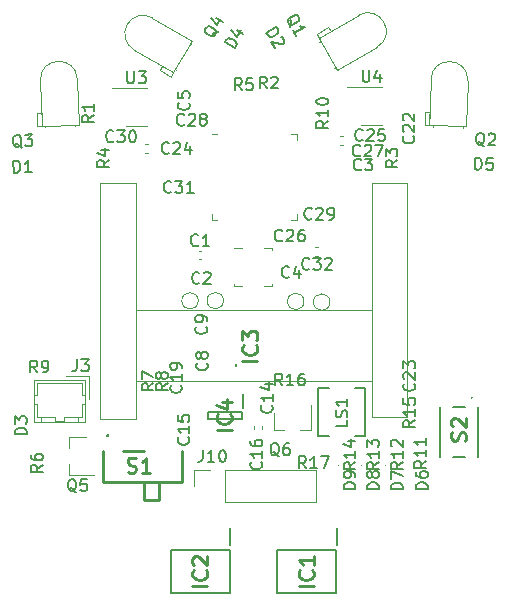
<source format=gto>
G04 #@! TF.GenerationSoftware,KiCad,Pcbnew,(5.1.7)-1*
G04 #@! TF.CreationDate,2021-02-27T16:19:37+09:00*
G04 #@! TF.ProjectId,lapis,6c617069-732e-46b6-9963-61645f706362,rev?*
G04 #@! TF.SameCoordinates,Original*
G04 #@! TF.FileFunction,Legend,Top*
G04 #@! TF.FilePolarity,Positive*
%FSLAX46Y46*%
G04 Gerber Fmt 4.6, Leading zero omitted, Abs format (unit mm)*
G04 Created by KiCad (PCBNEW (5.1.7)-1) date 2021-02-27 16:19:37*
%MOMM*%
%LPD*%
G01*
G04 APERTURE LIST*
%ADD10C,0.120000*%
%ADD11C,0.200000*%
%ADD12C,0.254000*%
%ADD13C,0.100000*%
%ADD14C,0.150000*%
G04 APERTURE END LIST*
D10*
X135250000Y-113450000D02*
X155250000Y-113450000D01*
X135250000Y-107450000D02*
X155250000Y-107450000D01*
X155250000Y-96700000D02*
X158250000Y-96700000D01*
X155250000Y-96750000D02*
X155250000Y-96700000D01*
X155250000Y-116500000D02*
X155250000Y-96750000D01*
X158250000Y-116500000D02*
X155250000Y-116500000D01*
X158250000Y-116500000D02*
X158250000Y-96700000D01*
X135250000Y-96700000D02*
X135250000Y-116700000D01*
X132250000Y-96700000D02*
X135250000Y-96700000D01*
X132250000Y-116700000D02*
X135250000Y-116700000D01*
X132250000Y-96700000D02*
X132250000Y-116700000D01*
D11*
X164200000Y-115700000D02*
X164200000Y-119900000D01*
X161000000Y-119900000D02*
X161000000Y-115700000D01*
X163100000Y-115700000D02*
X162100000Y-115700000D01*
X163100000Y-119900000D02*
X162100000Y-119900000D01*
X163742370Y-114894000D02*
G75*
G03*
X163742370Y-114894000I-53370J0D01*
G01*
D10*
X127319153Y-91879858D02*
X127184441Y-88022209D01*
X126919396Y-91893818D02*
X126880309Y-90774500D01*
X130151966Y-91911013D02*
X130151966Y-91911013D01*
X127608976Y-91869737D02*
X127613513Y-91999658D01*
X126880309Y-90774500D02*
X127280065Y-90760540D01*
X130151966Y-91911013D02*
X130147429Y-91781092D01*
X130147429Y-91781092D02*
X130147429Y-91781092D01*
X130147429Y-91781092D02*
X130151966Y-91911013D01*
X127613513Y-91999658D02*
X127608976Y-91869737D01*
X127608976Y-91869737D02*
X127608976Y-91869737D01*
X127613513Y-91999658D02*
X127613513Y-91999658D01*
X130437252Y-91770971D02*
X127319153Y-91879858D01*
X127319153Y-91879858D02*
X126919396Y-91893818D01*
X127280065Y-90760540D02*
X127319153Y-91879858D01*
X130437252Y-91770971D02*
X130302540Y-87913323D01*
X127184440Y-88022209D02*
G75*
G02*
X130302540Y-87913323I1559050J54443D01*
G01*
X150777891Y-84439148D02*
X154120749Y-82509148D01*
X150577891Y-84092738D02*
X151547839Y-83532738D01*
X152080307Y-86955000D02*
X152080307Y-86955000D01*
X150922891Y-84690295D02*
X150810307Y-84755295D01*
X151547839Y-83532738D02*
X151747839Y-83879148D01*
X152080307Y-86955000D02*
X152192891Y-86890000D01*
X152192891Y-86890000D02*
X152192891Y-86890000D01*
X152192891Y-86890000D02*
X152080307Y-86955000D01*
X150810307Y-84755295D02*
X150922891Y-84690295D01*
X150922891Y-84690295D02*
X150922891Y-84690295D01*
X150810307Y-84755295D02*
X150810307Y-84755295D01*
X152337891Y-87141147D02*
X150777891Y-84439148D01*
X150777891Y-84439148D02*
X150577891Y-84092738D01*
X151747839Y-83879148D02*
X150777891Y-84439148D01*
X152337891Y-87141147D02*
X155680749Y-85211147D01*
X154120749Y-82509149D02*
G75*
G02*
X155680749Y-85211147I780000J-1350999D01*
G01*
X138445770Y-87350852D02*
X135102911Y-85420852D01*
X138245770Y-87697262D02*
X137275821Y-87137262D01*
X139973353Y-84965000D02*
X139973353Y-84965000D01*
X138590770Y-87099705D02*
X138703353Y-87164705D01*
X137275821Y-87137262D02*
X137475821Y-86790852D01*
X139973353Y-84965000D02*
X139860770Y-84900000D01*
X139860770Y-84900000D02*
X139860770Y-84900000D01*
X139860770Y-84900000D02*
X139973353Y-84965000D01*
X138703353Y-87164705D02*
X138590770Y-87099705D01*
X138590770Y-87099705D02*
X138590770Y-87099705D01*
X138703353Y-87164705D02*
X138703353Y-87164705D01*
X140005770Y-84648853D02*
X138445770Y-87350852D01*
X138445770Y-87350852D02*
X138245770Y-87697262D01*
X137475821Y-86790852D02*
X138445770Y-87350852D01*
X140005770Y-84648853D02*
X136662911Y-82718853D01*
X135102911Y-85420851D02*
G75*
G02*
X136662911Y-82718853I780000J1350999D01*
G01*
X160113952Y-91791972D02*
X160248664Y-87934323D01*
X159714196Y-91778012D02*
X159753283Y-90658694D01*
X162937691Y-92020658D02*
X162937691Y-92020658D01*
X160403776Y-91802092D02*
X160399239Y-91932013D01*
X159753283Y-90658694D02*
X160153040Y-90672654D01*
X162937691Y-92020658D02*
X162942228Y-91890737D01*
X162942228Y-91890737D02*
X162942228Y-91890737D01*
X162942228Y-91890737D02*
X162937691Y-92020658D01*
X160399239Y-91932013D02*
X160403776Y-91802092D01*
X160403776Y-91802092D02*
X160403776Y-91802092D01*
X160399239Y-91932013D02*
X160399239Y-91932013D01*
X163232052Y-91900858D02*
X160113952Y-91791972D01*
X160113952Y-91791972D02*
X159714196Y-91778012D01*
X160153040Y-90672654D02*
X160113952Y-91791972D01*
X163232052Y-91900858D02*
X163366764Y-88043209D01*
X160248664Y-87934323D02*
G75*
G02*
X163366764Y-88043209I1559050J-54443D01*
G01*
D11*
X152250000Y-127750000D02*
X152250000Y-131450000D01*
X152250000Y-131450000D02*
X147250000Y-131450000D01*
X147250000Y-131450000D02*
X147250000Y-127750000D01*
X147250000Y-127750000D02*
X152250000Y-127750000D01*
X152275000Y-125925000D02*
X152275000Y-127400000D01*
X143250000Y-127750000D02*
X143250000Y-131450000D01*
X143250000Y-131450000D02*
X138250000Y-131450000D01*
X138250000Y-131450000D02*
X138250000Y-127750000D01*
X138250000Y-127750000D02*
X143250000Y-127750000D01*
X143275000Y-125925000D02*
X143275000Y-127400000D01*
X143740000Y-112090000D02*
X143740000Y-112090000D01*
X143740000Y-112190000D02*
X143740000Y-112190000D01*
X143740000Y-112090000D02*
X143740000Y-112090000D01*
X143740000Y-112190000D02*
G75*
G02*
X143740000Y-112090000I0J50000D01*
G01*
X143740000Y-112090000D02*
G75*
G02*
X143740000Y-112190000I0J-50000D01*
G01*
X143740000Y-112190000D02*
G75*
G02*
X143740000Y-112090000I0J50000D01*
G01*
X144300000Y-114550000D02*
X144300000Y-115750000D01*
X141350000Y-116100000D02*
X144250000Y-116100000D01*
X141350000Y-116700000D02*
X141350000Y-116100000D01*
X144250000Y-116700000D02*
X141350000Y-116700000D01*
X144250000Y-116100000D02*
X144250000Y-116700000D01*
D12*
X132873670Y-118091330D02*
G75*
G03*
X132873670Y-118091330I-54000J0D01*
G01*
X134136330Y-119430000D02*
X135985330Y-119430000D01*
X137240000Y-123530000D02*
X137240000Y-122030000D01*
X135940000Y-123530000D02*
X137240000Y-123530000D01*
X135940000Y-122030000D02*
X135940000Y-123530000D01*
X132490000Y-122030000D02*
X132490000Y-119430000D01*
X139190000Y-122030000D02*
X132490000Y-122030000D01*
X139190000Y-119430000D02*
X139190000Y-122030000D01*
D13*
X152450000Y-120635000D02*
G75*
G03*
X152450000Y-120635000I-50000J0D01*
G01*
D10*
X146135000Y-102190000D02*
X146810000Y-102190000D01*
X146810000Y-102190000D02*
X146810000Y-102365000D01*
X144265000Y-105410000D02*
X143590000Y-105410000D01*
X143590000Y-105410000D02*
X143590000Y-105235000D01*
X146135000Y-105410000D02*
X146810000Y-105410000D01*
X146810000Y-105410000D02*
X146810000Y-105235000D01*
X144265000Y-102190000D02*
X143590000Y-102190000D01*
X148435000Y-92590000D02*
X148910000Y-92590000D01*
X148910000Y-92590000D02*
X148910000Y-93065000D01*
X142165000Y-99810000D02*
X141690000Y-99810000D01*
X141690000Y-99810000D02*
X141690000Y-99335000D01*
X148435000Y-99810000D02*
X148910000Y-99810000D01*
X148910000Y-99810000D02*
X148910000Y-99335000D01*
X142165000Y-92590000D02*
X141690000Y-92590000D01*
D13*
X156420000Y-120635000D02*
G75*
G03*
X156420000Y-120635000I-50000J0D01*
G01*
D10*
X149500000Y-106735000D02*
G75*
G03*
X149500000Y-106735000I-700000J0D01*
G01*
X151700000Y-106800000D02*
G75*
G03*
X151700000Y-106800000I-700000J0D01*
G01*
X142690000Y-106670000D02*
G75*
G03*
X142690000Y-106670000I-700000J0D01*
G01*
X140550000Y-106690000D02*
G75*
G03*
X140550000Y-106690000I-700000J0D01*
G01*
X146920000Y-117660000D02*
X146920000Y-116200000D01*
X150080000Y-117660000D02*
X150080000Y-115500000D01*
X150080000Y-117660000D02*
X149150000Y-117660000D01*
X146920000Y-117660000D02*
X147850000Y-117660000D01*
X129570000Y-118255000D02*
X131030000Y-118255000D01*
X129570000Y-121415000D02*
X131730000Y-121415000D01*
X129570000Y-121415000D02*
X129570000Y-120485000D01*
X129570000Y-118255000D02*
X129570000Y-119185000D01*
X156130000Y-88610000D02*
X153180000Y-88610000D01*
X154330000Y-91830000D02*
X156130000Y-91830000D01*
X134420000Y-91870000D02*
X136220000Y-91870000D01*
X136220000Y-88650000D02*
X133270000Y-88650000D01*
D14*
X153800000Y-114100000D02*
X154700000Y-114100000D01*
X154700000Y-114100000D02*
X154700000Y-118100000D01*
X154700000Y-118100000D02*
X153800000Y-118100000D01*
X150700000Y-118100000D02*
X150700000Y-114100000D01*
X150700000Y-114100000D02*
X151600000Y-114100000D01*
X151600000Y-118100000D02*
X150700000Y-118100000D01*
D10*
X142810000Y-123690000D02*
X142810000Y-121030000D01*
X142810000Y-123690000D02*
X150490000Y-123690000D01*
X150490000Y-123690000D02*
X150490000Y-121030000D01*
X142810000Y-121030000D02*
X150490000Y-121030000D01*
X140210000Y-121030000D02*
X141540000Y-121030000D01*
X140210000Y-122360000D02*
X140210000Y-121030000D01*
X130975000Y-116975000D02*
X130975000Y-113375000D01*
X130975000Y-113375000D02*
X126625000Y-113375000D01*
X126625000Y-113375000D02*
X126625000Y-116975000D01*
X126625000Y-116975000D02*
X130975000Y-116975000D01*
X131285000Y-114975000D02*
X131285000Y-113065000D01*
X131285000Y-113065000D02*
X129375000Y-113065000D01*
X130975000Y-114675000D02*
X130675000Y-114675000D01*
X130675000Y-114675000D02*
X130675000Y-113675000D01*
X130675000Y-113675000D02*
X126925000Y-113675000D01*
X126925000Y-113675000D02*
X126925000Y-114675000D01*
X126925000Y-114675000D02*
X126625000Y-114675000D01*
X130975000Y-115425000D02*
X130675000Y-115425000D01*
X130675000Y-115425000D02*
X130675000Y-116525000D01*
X130675000Y-116525000D02*
X130375000Y-116525000D01*
X130375000Y-116525000D02*
X130375000Y-116975000D01*
X126625000Y-115425000D02*
X126925000Y-115425000D01*
X126925000Y-115425000D02*
X126925000Y-116525000D01*
X126925000Y-116525000D02*
X127225000Y-116525000D01*
X127225000Y-116525000D02*
X127225000Y-116975000D01*
X130375000Y-116525000D02*
X129175000Y-116525000D01*
X129175000Y-116525000D02*
X129175000Y-116825000D01*
X129175000Y-116825000D02*
X128425000Y-116825000D01*
X128425000Y-116825000D02*
X128425000Y-116525000D01*
X128425000Y-116525000D02*
X127225000Y-116525000D01*
D13*
X154350000Y-120635000D02*
G75*
G03*
X154350000Y-120635000I-50000J0D01*
G01*
X158390000Y-120635000D02*
G75*
G03*
X158390000Y-120635000I-50000J0D01*
G01*
X125650000Y-116365000D02*
G75*
G03*
X125650000Y-116365000I-50000J0D01*
G01*
D10*
X150416665Y-102140000D02*
X150648335Y-102140000D01*
X150416665Y-102860000D02*
X150648335Y-102860000D01*
X152551665Y-92740000D02*
X152783335Y-92740000D01*
X152551665Y-93460000D02*
X152783335Y-93460000D01*
X136283335Y-94160000D02*
X136051665Y-94160000D01*
X136283335Y-93440000D02*
X136051665Y-93440000D01*
X145240000Y-117515835D02*
X145240000Y-117284165D01*
X145960000Y-117515835D02*
X145960000Y-117284165D01*
X140815835Y-103160000D02*
X140584165Y-103160000D01*
X140815835Y-102440000D02*
X140584165Y-102440000D01*
D12*
X163164747Y-118534289D02*
X163225223Y-118352860D01*
X163225223Y-118050479D01*
X163164747Y-117929527D01*
X163104271Y-117869050D01*
X162983319Y-117808574D01*
X162862366Y-117808574D01*
X162741414Y-117869050D01*
X162680938Y-117929527D01*
X162620461Y-118050479D01*
X162559985Y-118292384D01*
X162499509Y-118413336D01*
X162439033Y-118473812D01*
X162318080Y-118534289D01*
X162197128Y-118534289D01*
X162076176Y-118473812D01*
X162015700Y-118413336D01*
X161955223Y-118292384D01*
X161955223Y-117990003D01*
X162015700Y-117808574D01*
X162076176Y-117324765D02*
X162015700Y-117264289D01*
X161955223Y-117143336D01*
X161955223Y-116840955D01*
X162015700Y-116720003D01*
X162076176Y-116659527D01*
X162197128Y-116599050D01*
X162318080Y-116599050D01*
X162499509Y-116659527D01*
X163225223Y-117385241D01*
X163225223Y-116599050D01*
D14*
X163971566Y-95566346D02*
X164006466Y-94566955D01*
X164244416Y-94575264D01*
X164385524Y-94627840D01*
X164477380Y-94726344D01*
X164521647Y-94823186D01*
X164562589Y-95015208D01*
X164557603Y-95157978D01*
X164503366Y-95346676D01*
X164452452Y-95440194D01*
X164353948Y-95532051D01*
X164209516Y-95574655D01*
X163971566Y-95566346D01*
X165481757Y-94618473D02*
X165005856Y-94601854D01*
X164941647Y-95076093D01*
X164990899Y-95030165D01*
X165087741Y-94985898D01*
X165325692Y-94994208D01*
X165419210Y-95045122D01*
X165465138Y-95094374D01*
X165509404Y-95191216D01*
X165501095Y-95429166D01*
X165450181Y-95522684D01*
X165400929Y-95568612D01*
X165304087Y-95612878D01*
X165066137Y-95604569D01*
X164972619Y-95553655D01*
X164926691Y-95504403D01*
X146294178Y-83991981D02*
X147160204Y-83491981D01*
X147279252Y-83698177D01*
X147309441Y-83845705D01*
X147274581Y-83975802D01*
X147215912Y-84064661D01*
X147074764Y-84201138D01*
X146951047Y-84272567D01*
X146762280Y-84326565D01*
X146655992Y-84332945D01*
X146525894Y-84298086D01*
X146413226Y-84198177D01*
X146294178Y-83991981D01*
X147553916Y-84364386D02*
X147618965Y-84381816D01*
X147707823Y-84440485D01*
X147826871Y-84646681D01*
X147833250Y-84752969D01*
X147815821Y-84818018D01*
X147757151Y-84906877D01*
X147674673Y-84954496D01*
X147527145Y-84984685D01*
X146746559Y-84775528D01*
X147056083Y-85311639D01*
X143652725Y-85315104D02*
X142786700Y-84815104D01*
X142905747Y-84608908D01*
X143018415Y-84508999D01*
X143148513Y-84474140D01*
X143254801Y-84480519D01*
X143443568Y-84534518D01*
X143567286Y-84605947D01*
X143708434Y-84742424D01*
X143767103Y-84831283D01*
X143801962Y-84961380D01*
X143771773Y-85108908D01*
X143652725Y-85315104D01*
X143789661Y-83744592D02*
X144367011Y-84077925D01*
X143340699Y-83760312D02*
X143840241Y-84323651D01*
X144149764Y-83787540D01*
X124928142Y-95847864D02*
X124893242Y-94848473D01*
X125131192Y-94840164D01*
X125275624Y-94882768D01*
X125374128Y-94974625D01*
X125425042Y-95068143D01*
X125479280Y-95256841D01*
X125484265Y-95399611D01*
X125443323Y-95591633D01*
X125399057Y-95688475D01*
X125307200Y-95786979D01*
X125166092Y-95839555D01*
X124928142Y-95847864D01*
X126451023Y-95794684D02*
X125879943Y-95814626D01*
X126165483Y-95804655D02*
X126130583Y-94805264D01*
X126040389Y-94951358D01*
X125948533Y-95049862D01*
X125855014Y-95100776D01*
X125603931Y-93720609D02*
X125507089Y-93676342D01*
X125408585Y-93584486D01*
X125260829Y-93446702D01*
X125163988Y-93402435D01*
X125068807Y-93405759D01*
X125124707Y-93642047D02*
X125027865Y-93597781D01*
X124929361Y-93505925D01*
X124875124Y-93317227D01*
X124863490Y-92984096D01*
X124904433Y-92792074D01*
X124996289Y-92693570D01*
X125089807Y-92642657D01*
X125280168Y-92636009D01*
X125377010Y-92680275D01*
X125475513Y-92772132D01*
X125529751Y-92960830D01*
X125541384Y-93293960D01*
X125500442Y-93485982D01*
X125408585Y-93584486D01*
X125315067Y-93635400D01*
X125124707Y-93642047D01*
X125851248Y-92616067D02*
X126469919Y-92594462D01*
X126150083Y-92986816D01*
X126292853Y-92981830D01*
X126389695Y-93026096D01*
X126438947Y-93072024D01*
X126489861Y-93165543D01*
X126498171Y-93403493D01*
X126453904Y-93500335D01*
X126407976Y-93549587D01*
X126314458Y-93600500D01*
X126028918Y-93610472D01*
X125932076Y-93566205D01*
X125882824Y-93520277D01*
X148290718Y-83536330D02*
X148284339Y-83430042D01*
X148319198Y-83299945D01*
X148371488Y-83104798D01*
X148365108Y-82998510D01*
X148317489Y-82916031D01*
X148135102Y-83076318D02*
X148128722Y-82970030D01*
X148163582Y-82839933D01*
X148304729Y-82703455D01*
X148593404Y-82536788D01*
X148782171Y-82482790D01*
X148912269Y-82517649D01*
X149001127Y-82576318D01*
X149096365Y-82741276D01*
X149102745Y-82847564D01*
X149067885Y-82977661D01*
X148926738Y-83114139D01*
X148638063Y-83280805D01*
X148449296Y-83334804D01*
X148319198Y-83299945D01*
X148230340Y-83241276D01*
X148135102Y-83076318D01*
X148825578Y-84272258D02*
X148539864Y-83777387D01*
X148682721Y-84024822D02*
X149548746Y-83524822D01*
X149377409Y-83513772D01*
X149247312Y-83478913D01*
X149158453Y-83420244D01*
X142316632Y-83846288D02*
X142227774Y-83904957D01*
X142097676Y-83939816D01*
X141902530Y-83992106D01*
X141813672Y-84050775D01*
X141766053Y-84133253D01*
X141996059Y-84211062D02*
X141907200Y-84269731D01*
X141777103Y-84304590D01*
X141588336Y-84250591D01*
X141299661Y-84083925D01*
X141158513Y-83947447D01*
X141123653Y-83817350D01*
X141130033Y-83711062D01*
X141225271Y-83546104D01*
X141314130Y-83487435D01*
X141444227Y-83452576D01*
X141632994Y-83506575D01*
X141921669Y-83673241D01*
X142062817Y-83809719D01*
X142097676Y-83939816D01*
X142091297Y-84046104D01*
X141996059Y-84211062D01*
X142061565Y-82764267D02*
X142638916Y-83097600D01*
X141612603Y-82779987D02*
X142112145Y-83343327D01*
X142421669Y-82807216D01*
X164775708Y-93593961D02*
X164682190Y-93543047D01*
X164590333Y-93444544D01*
X164452549Y-93296788D01*
X164359031Y-93245874D01*
X164263851Y-93242550D01*
X164303131Y-93482162D02*
X164209613Y-93431249D01*
X164117757Y-93332745D01*
X164076814Y-93140723D01*
X164088447Y-92807592D01*
X164142685Y-92618894D01*
X164241189Y-92527038D01*
X164338031Y-92482771D01*
X164528391Y-92489419D01*
X164621909Y-92540333D01*
X164713765Y-92638837D01*
X164754708Y-92830859D01*
X164743075Y-93163989D01*
X164688837Y-93352687D01*
X164590333Y-93444544D01*
X164493491Y-93488810D01*
X164303131Y-93482162D01*
X165143738Y-92606204D02*
X165192989Y-92560275D01*
X165289831Y-92516009D01*
X165527782Y-92524318D01*
X165621300Y-92575232D01*
X165667228Y-92624484D01*
X165711494Y-92721326D01*
X165708171Y-92816506D01*
X165655595Y-92957614D01*
X165064572Y-93508752D01*
X165683242Y-93530357D01*
D12*
X150324523Y-130839761D02*
X149054523Y-130839761D01*
X150203571Y-129509285D02*
X150264047Y-129569761D01*
X150324523Y-129751190D01*
X150324523Y-129872142D01*
X150264047Y-130053571D01*
X150143095Y-130174523D01*
X150022142Y-130235000D01*
X149780238Y-130295476D01*
X149598809Y-130295476D01*
X149356904Y-130235000D01*
X149235952Y-130174523D01*
X149115000Y-130053571D01*
X149054523Y-129872142D01*
X149054523Y-129751190D01*
X149115000Y-129569761D01*
X149175476Y-129509285D01*
X150324523Y-128299761D02*
X150324523Y-129025476D01*
X150324523Y-128662619D02*
X149054523Y-128662619D01*
X149235952Y-128783571D01*
X149356904Y-128904523D01*
X149417380Y-129025476D01*
X141324523Y-130839761D02*
X140054523Y-130839761D01*
X141203571Y-129509285D02*
X141264047Y-129569761D01*
X141324523Y-129751190D01*
X141324523Y-129872142D01*
X141264047Y-130053571D01*
X141143095Y-130174523D01*
X141022142Y-130235000D01*
X140780238Y-130295476D01*
X140598809Y-130295476D01*
X140356904Y-130235000D01*
X140235952Y-130174523D01*
X140115000Y-130053571D01*
X140054523Y-129872142D01*
X140054523Y-129751190D01*
X140115000Y-129569761D01*
X140175476Y-129509285D01*
X140175476Y-129025476D02*
X140115000Y-128965000D01*
X140054523Y-128844047D01*
X140054523Y-128541666D01*
X140115000Y-128420714D01*
X140175476Y-128360238D01*
X140296428Y-128299761D01*
X140417380Y-128299761D01*
X140598809Y-128360238D01*
X141324523Y-129085952D01*
X141324523Y-128299761D01*
X145564523Y-111779761D02*
X144294523Y-111779761D01*
X145443571Y-110449285D02*
X145504047Y-110509761D01*
X145564523Y-110691190D01*
X145564523Y-110812142D01*
X145504047Y-110993571D01*
X145383095Y-111114523D01*
X145262142Y-111175000D01*
X145020238Y-111235476D01*
X144838809Y-111235476D01*
X144596904Y-111175000D01*
X144475952Y-111114523D01*
X144355000Y-110993571D01*
X144294523Y-110812142D01*
X144294523Y-110691190D01*
X144355000Y-110509761D01*
X144415476Y-110449285D01*
X144294523Y-110025952D02*
X144294523Y-109239761D01*
X144778333Y-109663095D01*
X144778333Y-109481666D01*
X144838809Y-109360714D01*
X144899285Y-109300238D01*
X145020238Y-109239761D01*
X145322619Y-109239761D01*
X145443571Y-109300238D01*
X145504047Y-109360714D01*
X145564523Y-109481666D01*
X145564523Y-109844523D01*
X145504047Y-109965476D01*
X145443571Y-110025952D01*
X143374523Y-117639761D02*
X142104523Y-117639761D01*
X143253571Y-116309285D02*
X143314047Y-116369761D01*
X143374523Y-116551190D01*
X143374523Y-116672142D01*
X143314047Y-116853571D01*
X143193095Y-116974523D01*
X143072142Y-117035000D01*
X142830238Y-117095476D01*
X142648809Y-117095476D01*
X142406904Y-117035000D01*
X142285952Y-116974523D01*
X142165000Y-116853571D01*
X142104523Y-116672142D01*
X142104523Y-116551190D01*
X142165000Y-116369761D01*
X142225476Y-116309285D01*
X142527857Y-115220714D02*
X143374523Y-115220714D01*
X142044047Y-115523095D02*
X142951190Y-115825476D01*
X142951190Y-115039285D01*
X134566710Y-121185047D02*
X134748139Y-121245523D01*
X135050520Y-121245523D01*
X135171472Y-121185047D01*
X135231949Y-121124571D01*
X135292425Y-121003619D01*
X135292425Y-120882666D01*
X135231949Y-120761714D01*
X135171472Y-120701238D01*
X135050520Y-120640761D01*
X134808615Y-120580285D01*
X134687663Y-120519809D01*
X134627187Y-120459333D01*
X134566710Y-120338380D01*
X134566710Y-120217428D01*
X134627187Y-120096476D01*
X134687663Y-120036000D01*
X134808615Y-119975523D01*
X135110996Y-119975523D01*
X135292425Y-120036000D01*
X136501949Y-121245523D02*
X135776234Y-121245523D01*
X136139091Y-121245523D02*
X136139091Y-119975523D01*
X136018139Y-120156952D01*
X135897187Y-120277904D01*
X135776234Y-120338380D01*
D14*
X153852380Y-122638095D02*
X152852380Y-122638095D01*
X152852380Y-122400000D01*
X152900000Y-122257142D01*
X152995238Y-122161904D01*
X153090476Y-122114285D01*
X153280952Y-122066666D01*
X153423809Y-122066666D01*
X153614285Y-122114285D01*
X153709523Y-122161904D01*
X153804761Y-122257142D01*
X153852380Y-122400000D01*
X153852380Y-122638095D01*
X153852380Y-121590476D02*
X153852380Y-121400000D01*
X153804761Y-121304761D01*
X153757142Y-121257142D01*
X153614285Y-121161904D01*
X153423809Y-121114285D01*
X153042857Y-121114285D01*
X152947619Y-121161904D01*
X152900000Y-121209523D01*
X152852380Y-121304761D01*
X152852380Y-121495238D01*
X152900000Y-121590476D01*
X152947619Y-121638095D01*
X153042857Y-121685714D01*
X153280952Y-121685714D01*
X153376190Y-121638095D01*
X153423809Y-121590476D01*
X153471428Y-121495238D01*
X153471428Y-121304761D01*
X153423809Y-121209523D01*
X153376190Y-121161904D01*
X153280952Y-121114285D01*
X139349642Y-91757142D02*
X139302023Y-91804761D01*
X139159166Y-91852380D01*
X139063928Y-91852380D01*
X138921071Y-91804761D01*
X138825833Y-91709523D01*
X138778214Y-91614285D01*
X138730595Y-91423809D01*
X138730595Y-91280952D01*
X138778214Y-91090476D01*
X138825833Y-90995238D01*
X138921071Y-90900000D01*
X139063928Y-90852380D01*
X139159166Y-90852380D01*
X139302023Y-90900000D01*
X139349642Y-90947619D01*
X139730595Y-90947619D02*
X139778214Y-90900000D01*
X139873452Y-90852380D01*
X140111547Y-90852380D01*
X140206785Y-90900000D01*
X140254404Y-90947619D01*
X140302023Y-91042857D01*
X140302023Y-91138095D01*
X140254404Y-91280952D01*
X139682976Y-91852380D01*
X140302023Y-91852380D01*
X140873452Y-91280952D02*
X140778214Y-91233333D01*
X140730595Y-91185714D01*
X140682976Y-91090476D01*
X140682976Y-91042857D01*
X140730595Y-90947619D01*
X140778214Y-90900000D01*
X140873452Y-90852380D01*
X141063928Y-90852380D01*
X141159166Y-90900000D01*
X141206785Y-90947619D01*
X141254404Y-91042857D01*
X141254404Y-91090476D01*
X141206785Y-91185714D01*
X141159166Y-91233333D01*
X141063928Y-91280952D01*
X140873452Y-91280952D01*
X140778214Y-91328571D01*
X140730595Y-91376190D01*
X140682976Y-91471428D01*
X140682976Y-91661904D01*
X140730595Y-91757142D01*
X140778214Y-91804761D01*
X140873452Y-91852380D01*
X141063928Y-91852380D01*
X141159166Y-91804761D01*
X141206785Y-91757142D01*
X141254404Y-91661904D01*
X141254404Y-91471428D01*
X141206785Y-91376190D01*
X141159166Y-91328571D01*
X141063928Y-91280952D01*
X154333333Y-95557142D02*
X154285714Y-95604761D01*
X154142857Y-95652380D01*
X154047619Y-95652380D01*
X153904761Y-95604761D01*
X153809523Y-95509523D01*
X153761904Y-95414285D01*
X153714285Y-95223809D01*
X153714285Y-95080952D01*
X153761904Y-94890476D01*
X153809523Y-94795238D01*
X153904761Y-94700000D01*
X154047619Y-94652380D01*
X154142857Y-94652380D01*
X154285714Y-94700000D01*
X154333333Y-94747619D01*
X154666666Y-94652380D02*
X155285714Y-94652380D01*
X154952380Y-95033333D01*
X155095238Y-95033333D01*
X155190476Y-95080952D01*
X155238095Y-95128571D01*
X155285714Y-95223809D01*
X155285714Y-95461904D01*
X155238095Y-95557142D01*
X155190476Y-95604761D01*
X155095238Y-95652380D01*
X154809523Y-95652380D01*
X154714285Y-95604761D01*
X154666666Y-95557142D01*
X138257142Y-97457142D02*
X138209523Y-97504761D01*
X138066666Y-97552380D01*
X137971428Y-97552380D01*
X137828571Y-97504761D01*
X137733333Y-97409523D01*
X137685714Y-97314285D01*
X137638095Y-97123809D01*
X137638095Y-96980952D01*
X137685714Y-96790476D01*
X137733333Y-96695238D01*
X137828571Y-96600000D01*
X137971428Y-96552380D01*
X138066666Y-96552380D01*
X138209523Y-96600000D01*
X138257142Y-96647619D01*
X138590476Y-96552380D02*
X139209523Y-96552380D01*
X138876190Y-96933333D01*
X139019047Y-96933333D01*
X139114285Y-96980952D01*
X139161904Y-97028571D01*
X139209523Y-97123809D01*
X139209523Y-97361904D01*
X139161904Y-97457142D01*
X139114285Y-97504761D01*
X139019047Y-97552380D01*
X138733333Y-97552380D01*
X138638095Y-97504761D01*
X138590476Y-97457142D01*
X140161904Y-97552380D02*
X139590476Y-97552380D01*
X139876190Y-97552380D02*
X139876190Y-96552380D01*
X139780952Y-96695238D01*
X139685714Y-96790476D01*
X139590476Y-96838095D01*
X154257142Y-94357142D02*
X154209523Y-94404761D01*
X154066666Y-94452380D01*
X153971428Y-94452380D01*
X153828571Y-94404761D01*
X153733333Y-94309523D01*
X153685714Y-94214285D01*
X153638095Y-94023809D01*
X153638095Y-93880952D01*
X153685714Y-93690476D01*
X153733333Y-93595238D01*
X153828571Y-93500000D01*
X153971428Y-93452380D01*
X154066666Y-93452380D01*
X154209523Y-93500000D01*
X154257142Y-93547619D01*
X154638095Y-93547619D02*
X154685714Y-93500000D01*
X154780952Y-93452380D01*
X155019047Y-93452380D01*
X155114285Y-93500000D01*
X155161904Y-93547619D01*
X155209523Y-93642857D01*
X155209523Y-93738095D01*
X155161904Y-93880952D01*
X154590476Y-94452380D01*
X155209523Y-94452380D01*
X155542857Y-93452380D02*
X156209523Y-93452380D01*
X155780952Y-94452380D01*
X149657142Y-120852380D02*
X149323809Y-120376190D01*
X149085714Y-120852380D02*
X149085714Y-119852380D01*
X149466666Y-119852380D01*
X149561904Y-119900000D01*
X149609523Y-119947619D01*
X149657142Y-120042857D01*
X149657142Y-120185714D01*
X149609523Y-120280952D01*
X149561904Y-120328571D01*
X149466666Y-120376190D01*
X149085714Y-120376190D01*
X150609523Y-120852380D02*
X150038095Y-120852380D01*
X150323809Y-120852380D02*
X150323809Y-119852380D01*
X150228571Y-119995238D01*
X150133333Y-120090476D01*
X150038095Y-120138095D01*
X150942857Y-119852380D02*
X151609523Y-119852380D01*
X151180952Y-120852380D01*
X157852380Y-122658095D02*
X156852380Y-122658095D01*
X156852380Y-122420000D01*
X156900000Y-122277142D01*
X156995238Y-122181904D01*
X157090476Y-122134285D01*
X157280952Y-122086666D01*
X157423809Y-122086666D01*
X157614285Y-122134285D01*
X157709523Y-122181904D01*
X157804761Y-122277142D01*
X157852380Y-122420000D01*
X157852380Y-122658095D01*
X156852380Y-121753333D02*
X156852380Y-121086666D01*
X157852380Y-121515238D01*
X147404761Y-119847619D02*
X147309523Y-119800000D01*
X147214285Y-119704761D01*
X147071428Y-119561904D01*
X146976190Y-119514285D01*
X146880952Y-119514285D01*
X146928571Y-119752380D02*
X146833333Y-119704761D01*
X146738095Y-119609523D01*
X146690476Y-119419047D01*
X146690476Y-119085714D01*
X146738095Y-118895238D01*
X146833333Y-118800000D01*
X146928571Y-118752380D01*
X147119047Y-118752380D01*
X147214285Y-118800000D01*
X147309523Y-118895238D01*
X147357142Y-119085714D01*
X147357142Y-119419047D01*
X147309523Y-119609523D01*
X147214285Y-119704761D01*
X147119047Y-119752380D01*
X146928571Y-119752380D01*
X148214285Y-118752380D02*
X148023809Y-118752380D01*
X147928571Y-118800000D01*
X147880952Y-118847619D01*
X147785714Y-118990476D01*
X147738095Y-119180952D01*
X147738095Y-119561904D01*
X147785714Y-119657142D01*
X147833333Y-119704761D01*
X147928571Y-119752380D01*
X148119047Y-119752380D01*
X148214285Y-119704761D01*
X148261904Y-119657142D01*
X148309523Y-119561904D01*
X148309523Y-119323809D01*
X148261904Y-119228571D01*
X148214285Y-119180952D01*
X148119047Y-119133333D01*
X147928571Y-119133333D01*
X147833333Y-119180952D01*
X147785714Y-119228571D01*
X147738095Y-119323809D01*
X130234761Y-122882619D02*
X130139523Y-122835000D01*
X130044285Y-122739761D01*
X129901428Y-122596904D01*
X129806190Y-122549285D01*
X129710952Y-122549285D01*
X129758571Y-122787380D02*
X129663333Y-122739761D01*
X129568095Y-122644523D01*
X129520476Y-122454047D01*
X129520476Y-122120714D01*
X129568095Y-121930238D01*
X129663333Y-121835000D01*
X129758571Y-121787380D01*
X129949047Y-121787380D01*
X130044285Y-121835000D01*
X130139523Y-121930238D01*
X130187142Y-122120714D01*
X130187142Y-122454047D01*
X130139523Y-122644523D01*
X130044285Y-122739761D01*
X129949047Y-122787380D01*
X129758571Y-122787380D01*
X131091904Y-121787380D02*
X130615714Y-121787380D01*
X130568095Y-122263571D01*
X130615714Y-122215952D01*
X130710952Y-122168333D01*
X130949047Y-122168333D01*
X131044285Y-122215952D01*
X131091904Y-122263571D01*
X131139523Y-122358809D01*
X131139523Y-122596904D01*
X131091904Y-122692142D01*
X131044285Y-122739761D01*
X130949047Y-122787380D01*
X130710952Y-122787380D01*
X130615714Y-122739761D01*
X130568095Y-122692142D01*
X154468095Y-87152380D02*
X154468095Y-87961904D01*
X154515714Y-88057142D01*
X154563333Y-88104761D01*
X154658571Y-88152380D01*
X154849047Y-88152380D01*
X154944285Y-88104761D01*
X154991904Y-88057142D01*
X155039523Y-87961904D01*
X155039523Y-87152380D01*
X155944285Y-87485714D02*
X155944285Y-88152380D01*
X155706190Y-87104761D02*
X155468095Y-87819047D01*
X156087142Y-87819047D01*
X134538095Y-87252380D02*
X134538095Y-88061904D01*
X134585714Y-88157142D01*
X134633333Y-88204761D01*
X134728571Y-88252380D01*
X134919047Y-88252380D01*
X135014285Y-88204761D01*
X135061904Y-88157142D01*
X135109523Y-88061904D01*
X135109523Y-87252380D01*
X135490476Y-87252380D02*
X136109523Y-87252380D01*
X135776190Y-87633333D01*
X135919047Y-87633333D01*
X136014285Y-87680952D01*
X136061904Y-87728571D01*
X136109523Y-87823809D01*
X136109523Y-88061904D01*
X136061904Y-88157142D01*
X136014285Y-88204761D01*
X135919047Y-88252380D01*
X135633333Y-88252380D01*
X135538095Y-88204761D01*
X135490476Y-88157142D01*
X147657142Y-113852380D02*
X147323809Y-113376190D01*
X147085714Y-113852380D02*
X147085714Y-112852380D01*
X147466666Y-112852380D01*
X147561904Y-112900000D01*
X147609523Y-112947619D01*
X147657142Y-113042857D01*
X147657142Y-113185714D01*
X147609523Y-113280952D01*
X147561904Y-113328571D01*
X147466666Y-113376190D01*
X147085714Y-113376190D01*
X148609523Y-113852380D02*
X148038095Y-113852380D01*
X148323809Y-113852380D02*
X148323809Y-112852380D01*
X148228571Y-112995238D01*
X148133333Y-113090476D01*
X148038095Y-113138095D01*
X149466666Y-112852380D02*
X149276190Y-112852380D01*
X149180952Y-112900000D01*
X149133333Y-112947619D01*
X149038095Y-113090476D01*
X148990476Y-113280952D01*
X148990476Y-113661904D01*
X149038095Y-113757142D01*
X149085714Y-113804761D01*
X149180952Y-113852380D01*
X149371428Y-113852380D01*
X149466666Y-113804761D01*
X149514285Y-113757142D01*
X149561904Y-113661904D01*
X149561904Y-113423809D01*
X149514285Y-113328571D01*
X149466666Y-113280952D01*
X149371428Y-113233333D01*
X149180952Y-113233333D01*
X149085714Y-113280952D01*
X149038095Y-113328571D01*
X148990476Y-113423809D01*
X158907380Y-116800357D02*
X158431190Y-117133690D01*
X158907380Y-117371785D02*
X157907380Y-117371785D01*
X157907380Y-116990833D01*
X157955000Y-116895595D01*
X158002619Y-116847976D01*
X158097857Y-116800357D01*
X158240714Y-116800357D01*
X158335952Y-116847976D01*
X158383571Y-116895595D01*
X158431190Y-116990833D01*
X158431190Y-117371785D01*
X158907380Y-115847976D02*
X158907380Y-116419404D01*
X158907380Y-116133690D02*
X157907380Y-116133690D01*
X158050238Y-116228928D01*
X158145476Y-116324166D01*
X158193095Y-116419404D01*
X157907380Y-114943214D02*
X157907380Y-115419404D01*
X158383571Y-115467023D01*
X158335952Y-115419404D01*
X158288333Y-115324166D01*
X158288333Y-115086071D01*
X158335952Y-114990833D01*
X158383571Y-114943214D01*
X158478809Y-114895595D01*
X158716904Y-114895595D01*
X158812142Y-114943214D01*
X158859761Y-114990833D01*
X158907380Y-115086071D01*
X158907380Y-115324166D01*
X158859761Y-115419404D01*
X158812142Y-115467023D01*
X153852380Y-120375357D02*
X153376190Y-120708690D01*
X153852380Y-120946785D02*
X152852380Y-120946785D01*
X152852380Y-120565833D01*
X152900000Y-120470595D01*
X152947619Y-120422976D01*
X153042857Y-120375357D01*
X153185714Y-120375357D01*
X153280952Y-120422976D01*
X153328571Y-120470595D01*
X153376190Y-120565833D01*
X153376190Y-120946785D01*
X153852380Y-119422976D02*
X153852380Y-119994404D01*
X153852380Y-119708690D02*
X152852380Y-119708690D01*
X152995238Y-119803928D01*
X153090476Y-119899166D01*
X153138095Y-119994404D01*
X153185714Y-118565833D02*
X153852380Y-118565833D01*
X152804761Y-118803928D02*
X153519047Y-119042023D01*
X153519047Y-118422976D01*
X155852380Y-120342857D02*
X155376190Y-120676190D01*
X155852380Y-120914285D02*
X154852380Y-120914285D01*
X154852380Y-120533333D01*
X154900000Y-120438095D01*
X154947619Y-120390476D01*
X155042857Y-120342857D01*
X155185714Y-120342857D01*
X155280952Y-120390476D01*
X155328571Y-120438095D01*
X155376190Y-120533333D01*
X155376190Y-120914285D01*
X155852380Y-119390476D02*
X155852380Y-119961904D01*
X155852380Y-119676190D02*
X154852380Y-119676190D01*
X154995238Y-119771428D01*
X155090476Y-119866666D01*
X155138095Y-119961904D01*
X154852380Y-119057142D02*
X154852380Y-118438095D01*
X155233333Y-118771428D01*
X155233333Y-118628571D01*
X155280952Y-118533333D01*
X155328571Y-118485714D01*
X155423809Y-118438095D01*
X155661904Y-118438095D01*
X155757142Y-118485714D01*
X155804761Y-118533333D01*
X155852380Y-118628571D01*
X155852380Y-118914285D01*
X155804761Y-119009523D01*
X155757142Y-119057142D01*
X157852380Y-120342857D02*
X157376190Y-120676190D01*
X157852380Y-120914285D02*
X156852380Y-120914285D01*
X156852380Y-120533333D01*
X156900000Y-120438095D01*
X156947619Y-120390476D01*
X157042857Y-120342857D01*
X157185714Y-120342857D01*
X157280952Y-120390476D01*
X157328571Y-120438095D01*
X157376190Y-120533333D01*
X157376190Y-120914285D01*
X157852380Y-119390476D02*
X157852380Y-119961904D01*
X157852380Y-119676190D02*
X156852380Y-119676190D01*
X156995238Y-119771428D01*
X157090476Y-119866666D01*
X157138095Y-119961904D01*
X156947619Y-119009523D02*
X156900000Y-118961904D01*
X156852380Y-118866666D01*
X156852380Y-118628571D01*
X156900000Y-118533333D01*
X156947619Y-118485714D01*
X157042857Y-118438095D01*
X157138095Y-118438095D01*
X157280952Y-118485714D01*
X157852380Y-119057142D01*
X157852380Y-118438095D01*
X159852380Y-120242857D02*
X159376190Y-120576190D01*
X159852380Y-120814285D02*
X158852380Y-120814285D01*
X158852380Y-120433333D01*
X158900000Y-120338095D01*
X158947619Y-120290476D01*
X159042857Y-120242857D01*
X159185714Y-120242857D01*
X159280952Y-120290476D01*
X159328571Y-120338095D01*
X159376190Y-120433333D01*
X159376190Y-120814285D01*
X159852380Y-119290476D02*
X159852380Y-119861904D01*
X159852380Y-119576190D02*
X158852380Y-119576190D01*
X158995238Y-119671428D01*
X159090476Y-119766666D01*
X159138095Y-119861904D01*
X159852380Y-118338095D02*
X159852380Y-118909523D01*
X159852380Y-118623809D02*
X158852380Y-118623809D01*
X158995238Y-118719047D01*
X159090476Y-118814285D01*
X159138095Y-118909523D01*
X151552380Y-91442857D02*
X151076190Y-91776190D01*
X151552380Y-92014285D02*
X150552380Y-92014285D01*
X150552380Y-91633333D01*
X150600000Y-91538095D01*
X150647619Y-91490476D01*
X150742857Y-91442857D01*
X150885714Y-91442857D01*
X150980952Y-91490476D01*
X151028571Y-91538095D01*
X151076190Y-91633333D01*
X151076190Y-92014285D01*
X151552380Y-90490476D02*
X151552380Y-91061904D01*
X151552380Y-90776190D02*
X150552380Y-90776190D01*
X150695238Y-90871428D01*
X150790476Y-90966666D01*
X150838095Y-91061904D01*
X150552380Y-89871428D02*
X150552380Y-89776190D01*
X150600000Y-89680952D01*
X150647619Y-89633333D01*
X150742857Y-89585714D01*
X150933333Y-89538095D01*
X151171428Y-89538095D01*
X151361904Y-89585714D01*
X151457142Y-89633333D01*
X151504761Y-89680952D01*
X151552380Y-89776190D01*
X151552380Y-89871428D01*
X151504761Y-89966666D01*
X151457142Y-90014285D01*
X151361904Y-90061904D01*
X151171428Y-90109523D01*
X150933333Y-90109523D01*
X150742857Y-90061904D01*
X150647619Y-90014285D01*
X150600000Y-89966666D01*
X150552380Y-89871428D01*
X126913333Y-112752380D02*
X126580000Y-112276190D01*
X126341904Y-112752380D02*
X126341904Y-111752380D01*
X126722857Y-111752380D01*
X126818095Y-111800000D01*
X126865714Y-111847619D01*
X126913333Y-111942857D01*
X126913333Y-112085714D01*
X126865714Y-112180952D01*
X126818095Y-112228571D01*
X126722857Y-112276190D01*
X126341904Y-112276190D01*
X127389523Y-112752380D02*
X127580000Y-112752380D01*
X127675238Y-112704761D01*
X127722857Y-112657142D01*
X127818095Y-112514285D01*
X127865714Y-112323809D01*
X127865714Y-111942857D01*
X127818095Y-111847619D01*
X127770476Y-111800000D01*
X127675238Y-111752380D01*
X127484761Y-111752380D01*
X127389523Y-111800000D01*
X127341904Y-111847619D01*
X127294285Y-111942857D01*
X127294285Y-112180952D01*
X127341904Y-112276190D01*
X127389523Y-112323809D01*
X127484761Y-112371428D01*
X127675238Y-112371428D01*
X127770476Y-112323809D01*
X127818095Y-112276190D01*
X127865714Y-112180952D01*
X137952380Y-113666666D02*
X137476190Y-114000000D01*
X137952380Y-114238095D02*
X136952380Y-114238095D01*
X136952380Y-113857142D01*
X137000000Y-113761904D01*
X137047619Y-113714285D01*
X137142857Y-113666666D01*
X137285714Y-113666666D01*
X137380952Y-113714285D01*
X137428571Y-113761904D01*
X137476190Y-113857142D01*
X137476190Y-114238095D01*
X137380952Y-113095238D02*
X137333333Y-113190476D01*
X137285714Y-113238095D01*
X137190476Y-113285714D01*
X137142857Y-113285714D01*
X137047619Y-113238095D01*
X137000000Y-113190476D01*
X136952380Y-113095238D01*
X136952380Y-112904761D01*
X137000000Y-112809523D01*
X137047619Y-112761904D01*
X137142857Y-112714285D01*
X137190476Y-112714285D01*
X137285714Y-112761904D01*
X137333333Y-112809523D01*
X137380952Y-112904761D01*
X137380952Y-113095238D01*
X137428571Y-113190476D01*
X137476190Y-113238095D01*
X137571428Y-113285714D01*
X137761904Y-113285714D01*
X137857142Y-113238095D01*
X137904761Y-113190476D01*
X137952380Y-113095238D01*
X137952380Y-112904761D01*
X137904761Y-112809523D01*
X137857142Y-112761904D01*
X137761904Y-112714285D01*
X137571428Y-112714285D01*
X137476190Y-112761904D01*
X137428571Y-112809523D01*
X137380952Y-112904761D01*
X136752380Y-113666666D02*
X136276190Y-114000000D01*
X136752380Y-114238095D02*
X135752380Y-114238095D01*
X135752380Y-113857142D01*
X135800000Y-113761904D01*
X135847619Y-113714285D01*
X135942857Y-113666666D01*
X136085714Y-113666666D01*
X136180952Y-113714285D01*
X136228571Y-113761904D01*
X136276190Y-113857142D01*
X136276190Y-114238095D01*
X135752380Y-113333333D02*
X135752380Y-112666666D01*
X136752380Y-113095238D01*
X127372380Y-120579166D02*
X126896190Y-120912500D01*
X127372380Y-121150595D02*
X126372380Y-121150595D01*
X126372380Y-120769642D01*
X126420000Y-120674404D01*
X126467619Y-120626785D01*
X126562857Y-120579166D01*
X126705714Y-120579166D01*
X126800952Y-120626785D01*
X126848571Y-120674404D01*
X126896190Y-120769642D01*
X126896190Y-121150595D01*
X126372380Y-119722023D02*
X126372380Y-119912500D01*
X126420000Y-120007738D01*
X126467619Y-120055357D01*
X126610476Y-120150595D01*
X126800952Y-120198214D01*
X127181904Y-120198214D01*
X127277142Y-120150595D01*
X127324761Y-120102976D01*
X127372380Y-120007738D01*
X127372380Y-119817261D01*
X127324761Y-119722023D01*
X127277142Y-119674404D01*
X127181904Y-119626785D01*
X126943809Y-119626785D01*
X126848571Y-119674404D01*
X126800952Y-119722023D01*
X126753333Y-119817261D01*
X126753333Y-120007738D01*
X126800952Y-120102976D01*
X126848571Y-120150595D01*
X126943809Y-120198214D01*
X144233333Y-88852380D02*
X143900000Y-88376190D01*
X143661904Y-88852380D02*
X143661904Y-87852380D01*
X144042857Y-87852380D01*
X144138095Y-87900000D01*
X144185714Y-87947619D01*
X144233333Y-88042857D01*
X144233333Y-88185714D01*
X144185714Y-88280952D01*
X144138095Y-88328571D01*
X144042857Y-88376190D01*
X143661904Y-88376190D01*
X145138095Y-87852380D02*
X144661904Y-87852380D01*
X144614285Y-88328571D01*
X144661904Y-88280952D01*
X144757142Y-88233333D01*
X144995238Y-88233333D01*
X145090476Y-88280952D01*
X145138095Y-88328571D01*
X145185714Y-88423809D01*
X145185714Y-88661904D01*
X145138095Y-88757142D01*
X145090476Y-88804761D01*
X144995238Y-88852380D01*
X144757142Y-88852380D01*
X144661904Y-88804761D01*
X144614285Y-88757142D01*
X133002380Y-94766666D02*
X132526190Y-95100000D01*
X133002380Y-95338095D02*
X132002380Y-95338095D01*
X132002380Y-94957142D01*
X132050000Y-94861904D01*
X132097619Y-94814285D01*
X132192857Y-94766666D01*
X132335714Y-94766666D01*
X132430952Y-94814285D01*
X132478571Y-94861904D01*
X132526190Y-94957142D01*
X132526190Y-95338095D01*
X132335714Y-93909523D02*
X133002380Y-93909523D01*
X131954761Y-94147619D02*
X132669047Y-94385714D01*
X132669047Y-93766666D01*
X157402380Y-94766666D02*
X156926190Y-95100000D01*
X157402380Y-95338095D02*
X156402380Y-95338095D01*
X156402380Y-94957142D01*
X156450000Y-94861904D01*
X156497619Y-94814285D01*
X156592857Y-94766666D01*
X156735714Y-94766666D01*
X156830952Y-94814285D01*
X156878571Y-94861904D01*
X156926190Y-94957142D01*
X156926190Y-95338095D01*
X156402380Y-94433333D02*
X156402380Y-93814285D01*
X156783333Y-94147619D01*
X156783333Y-94004761D01*
X156830952Y-93909523D01*
X156878571Y-93861904D01*
X156973809Y-93814285D01*
X157211904Y-93814285D01*
X157307142Y-93861904D01*
X157354761Y-93909523D01*
X157402380Y-94004761D01*
X157402380Y-94290476D01*
X157354761Y-94385714D01*
X157307142Y-94433333D01*
X146333333Y-88702380D02*
X146000000Y-88226190D01*
X145761904Y-88702380D02*
X145761904Y-87702380D01*
X146142857Y-87702380D01*
X146238095Y-87750000D01*
X146285714Y-87797619D01*
X146333333Y-87892857D01*
X146333333Y-88035714D01*
X146285714Y-88130952D01*
X146238095Y-88178571D01*
X146142857Y-88226190D01*
X145761904Y-88226190D01*
X146714285Y-87797619D02*
X146761904Y-87750000D01*
X146857142Y-87702380D01*
X147095238Y-87702380D01*
X147190476Y-87750000D01*
X147238095Y-87797619D01*
X147285714Y-87892857D01*
X147285714Y-87988095D01*
X147238095Y-88130952D01*
X146666666Y-88702380D01*
X147285714Y-88702380D01*
X131702380Y-90969166D02*
X131226190Y-91302500D01*
X131702380Y-91540595D02*
X130702380Y-91540595D01*
X130702380Y-91159642D01*
X130750000Y-91064404D01*
X130797619Y-91016785D01*
X130892857Y-90969166D01*
X131035714Y-90969166D01*
X131130952Y-91016785D01*
X131178571Y-91064404D01*
X131226190Y-91159642D01*
X131226190Y-91540595D01*
X131702380Y-90016785D02*
X131702380Y-90588214D01*
X131702380Y-90302500D02*
X130702380Y-90302500D01*
X130845238Y-90397738D01*
X130940476Y-90492976D01*
X130988095Y-90588214D01*
X153177380Y-116817857D02*
X153177380Y-117294047D01*
X152177380Y-117294047D01*
X153129761Y-116532142D02*
X153177380Y-116389285D01*
X153177380Y-116151190D01*
X153129761Y-116055952D01*
X153082142Y-116008333D01*
X152986904Y-115960714D01*
X152891666Y-115960714D01*
X152796428Y-116008333D01*
X152748809Y-116055952D01*
X152701190Y-116151190D01*
X152653571Y-116341666D01*
X152605952Y-116436904D01*
X152558333Y-116484523D01*
X152463095Y-116532142D01*
X152367857Y-116532142D01*
X152272619Y-116484523D01*
X152225000Y-116436904D01*
X152177380Y-116341666D01*
X152177380Y-116103571D01*
X152225000Y-115960714D01*
X153177380Y-115008333D02*
X153177380Y-115579761D01*
X153177380Y-115294047D02*
X152177380Y-115294047D01*
X152320238Y-115389285D01*
X152415476Y-115484523D01*
X152463095Y-115579761D01*
X140920476Y-119322380D02*
X140920476Y-120036666D01*
X140872857Y-120179523D01*
X140777619Y-120274761D01*
X140634761Y-120322380D01*
X140539523Y-120322380D01*
X141920476Y-120322380D02*
X141349047Y-120322380D01*
X141634761Y-120322380D02*
X141634761Y-119322380D01*
X141539523Y-119465238D01*
X141444285Y-119560476D01*
X141349047Y-119608095D01*
X142539523Y-119322380D02*
X142634761Y-119322380D01*
X142730000Y-119370000D01*
X142777619Y-119417619D01*
X142825238Y-119512857D01*
X142872857Y-119703333D01*
X142872857Y-119941428D01*
X142825238Y-120131904D01*
X142777619Y-120227142D01*
X142730000Y-120274761D01*
X142634761Y-120322380D01*
X142539523Y-120322380D01*
X142444285Y-120274761D01*
X142396666Y-120227142D01*
X142349047Y-120131904D01*
X142301428Y-119941428D01*
X142301428Y-119703333D01*
X142349047Y-119512857D01*
X142396666Y-119417619D01*
X142444285Y-119370000D01*
X142539523Y-119322380D01*
X130266666Y-111652380D02*
X130266666Y-112366666D01*
X130219047Y-112509523D01*
X130123809Y-112604761D01*
X129980952Y-112652380D01*
X129885714Y-112652380D01*
X130647619Y-111652380D02*
X131266666Y-111652380D01*
X130933333Y-112033333D01*
X131076190Y-112033333D01*
X131171428Y-112080952D01*
X131219047Y-112128571D01*
X131266666Y-112223809D01*
X131266666Y-112461904D01*
X131219047Y-112557142D01*
X131171428Y-112604761D01*
X131076190Y-112652380D01*
X130790476Y-112652380D01*
X130695238Y-112604761D01*
X130647619Y-112557142D01*
X155852380Y-122638095D02*
X154852380Y-122638095D01*
X154852380Y-122400000D01*
X154900000Y-122257142D01*
X154995238Y-122161904D01*
X155090476Y-122114285D01*
X155280952Y-122066666D01*
X155423809Y-122066666D01*
X155614285Y-122114285D01*
X155709523Y-122161904D01*
X155804761Y-122257142D01*
X155852380Y-122400000D01*
X155852380Y-122638095D01*
X155280952Y-121495238D02*
X155233333Y-121590476D01*
X155185714Y-121638095D01*
X155090476Y-121685714D01*
X155042857Y-121685714D01*
X154947619Y-121638095D01*
X154900000Y-121590476D01*
X154852380Y-121495238D01*
X154852380Y-121304761D01*
X154900000Y-121209523D01*
X154947619Y-121161904D01*
X155042857Y-121114285D01*
X155090476Y-121114285D01*
X155185714Y-121161904D01*
X155233333Y-121209523D01*
X155280952Y-121304761D01*
X155280952Y-121495238D01*
X155328571Y-121590476D01*
X155376190Y-121638095D01*
X155471428Y-121685714D01*
X155661904Y-121685714D01*
X155757142Y-121638095D01*
X155804761Y-121590476D01*
X155852380Y-121495238D01*
X155852380Y-121304761D01*
X155804761Y-121209523D01*
X155757142Y-121161904D01*
X155661904Y-121114285D01*
X155471428Y-121114285D01*
X155376190Y-121161904D01*
X155328571Y-121209523D01*
X155280952Y-121304761D01*
X159962380Y-122638095D02*
X158962380Y-122638095D01*
X158962380Y-122400000D01*
X159010000Y-122257142D01*
X159105238Y-122161904D01*
X159200476Y-122114285D01*
X159390952Y-122066666D01*
X159533809Y-122066666D01*
X159724285Y-122114285D01*
X159819523Y-122161904D01*
X159914761Y-122257142D01*
X159962380Y-122400000D01*
X159962380Y-122638095D01*
X158962380Y-121209523D02*
X158962380Y-121400000D01*
X159010000Y-121495238D01*
X159057619Y-121542857D01*
X159200476Y-121638095D01*
X159390952Y-121685714D01*
X159771904Y-121685714D01*
X159867142Y-121638095D01*
X159914761Y-121590476D01*
X159962380Y-121495238D01*
X159962380Y-121304761D01*
X159914761Y-121209523D01*
X159867142Y-121161904D01*
X159771904Y-121114285D01*
X159533809Y-121114285D01*
X159438571Y-121161904D01*
X159390952Y-121209523D01*
X159343333Y-121304761D01*
X159343333Y-121495238D01*
X159390952Y-121590476D01*
X159438571Y-121638095D01*
X159533809Y-121685714D01*
X126022380Y-117998095D02*
X125022380Y-117998095D01*
X125022380Y-117760000D01*
X125070000Y-117617142D01*
X125165238Y-117521904D01*
X125260476Y-117474285D01*
X125450952Y-117426666D01*
X125593809Y-117426666D01*
X125784285Y-117474285D01*
X125879523Y-117521904D01*
X125974761Y-117617142D01*
X126022380Y-117760000D01*
X126022380Y-117998095D01*
X125022380Y-117093333D02*
X125022380Y-116474285D01*
X125403333Y-116807619D01*
X125403333Y-116664761D01*
X125450952Y-116569523D01*
X125498571Y-116521904D01*
X125593809Y-116474285D01*
X125831904Y-116474285D01*
X125927142Y-116521904D01*
X125974761Y-116569523D01*
X126022380Y-116664761D01*
X126022380Y-116950476D01*
X125974761Y-117045714D01*
X125927142Y-117093333D01*
X149957142Y-103957142D02*
X149909523Y-104004761D01*
X149766666Y-104052380D01*
X149671428Y-104052380D01*
X149528571Y-104004761D01*
X149433333Y-103909523D01*
X149385714Y-103814285D01*
X149338095Y-103623809D01*
X149338095Y-103480952D01*
X149385714Y-103290476D01*
X149433333Y-103195238D01*
X149528571Y-103100000D01*
X149671428Y-103052380D01*
X149766666Y-103052380D01*
X149909523Y-103100000D01*
X149957142Y-103147619D01*
X150290476Y-103052380D02*
X150909523Y-103052380D01*
X150576190Y-103433333D01*
X150719047Y-103433333D01*
X150814285Y-103480952D01*
X150861904Y-103528571D01*
X150909523Y-103623809D01*
X150909523Y-103861904D01*
X150861904Y-103957142D01*
X150814285Y-104004761D01*
X150719047Y-104052380D01*
X150433333Y-104052380D01*
X150338095Y-104004761D01*
X150290476Y-103957142D01*
X151290476Y-103147619D02*
X151338095Y-103100000D01*
X151433333Y-103052380D01*
X151671428Y-103052380D01*
X151766666Y-103100000D01*
X151814285Y-103147619D01*
X151861904Y-103242857D01*
X151861904Y-103338095D01*
X151814285Y-103480952D01*
X151242857Y-104052380D01*
X151861904Y-104052380D01*
X133357142Y-93157142D02*
X133309523Y-93204761D01*
X133166666Y-93252380D01*
X133071428Y-93252380D01*
X132928571Y-93204761D01*
X132833333Y-93109523D01*
X132785714Y-93014285D01*
X132738095Y-92823809D01*
X132738095Y-92680952D01*
X132785714Y-92490476D01*
X132833333Y-92395238D01*
X132928571Y-92300000D01*
X133071428Y-92252380D01*
X133166666Y-92252380D01*
X133309523Y-92300000D01*
X133357142Y-92347619D01*
X133690476Y-92252380D02*
X134309523Y-92252380D01*
X133976190Y-92633333D01*
X134119047Y-92633333D01*
X134214285Y-92680952D01*
X134261904Y-92728571D01*
X134309523Y-92823809D01*
X134309523Y-93061904D01*
X134261904Y-93157142D01*
X134214285Y-93204761D01*
X134119047Y-93252380D01*
X133833333Y-93252380D01*
X133738095Y-93204761D01*
X133690476Y-93157142D01*
X134928571Y-92252380D02*
X135023809Y-92252380D01*
X135119047Y-92300000D01*
X135166666Y-92347619D01*
X135214285Y-92442857D01*
X135261904Y-92633333D01*
X135261904Y-92871428D01*
X135214285Y-93061904D01*
X135166666Y-93157142D01*
X135119047Y-93204761D01*
X135023809Y-93252380D01*
X134928571Y-93252380D01*
X134833333Y-93204761D01*
X134785714Y-93157142D01*
X134738095Y-93061904D01*
X134690476Y-92871428D01*
X134690476Y-92633333D01*
X134738095Y-92442857D01*
X134785714Y-92347619D01*
X134833333Y-92300000D01*
X134928571Y-92252380D01*
X150157142Y-99707142D02*
X150109523Y-99754761D01*
X149966666Y-99802380D01*
X149871428Y-99802380D01*
X149728571Y-99754761D01*
X149633333Y-99659523D01*
X149585714Y-99564285D01*
X149538095Y-99373809D01*
X149538095Y-99230952D01*
X149585714Y-99040476D01*
X149633333Y-98945238D01*
X149728571Y-98850000D01*
X149871428Y-98802380D01*
X149966666Y-98802380D01*
X150109523Y-98850000D01*
X150157142Y-98897619D01*
X150538095Y-98897619D02*
X150585714Y-98850000D01*
X150680952Y-98802380D01*
X150919047Y-98802380D01*
X151014285Y-98850000D01*
X151061904Y-98897619D01*
X151109523Y-98992857D01*
X151109523Y-99088095D01*
X151061904Y-99230952D01*
X150490476Y-99802380D01*
X151109523Y-99802380D01*
X151585714Y-99802380D02*
X151776190Y-99802380D01*
X151871428Y-99754761D01*
X151919047Y-99707142D01*
X152014285Y-99564285D01*
X152061904Y-99373809D01*
X152061904Y-98992857D01*
X152014285Y-98897619D01*
X151966666Y-98850000D01*
X151871428Y-98802380D01*
X151680952Y-98802380D01*
X151585714Y-98850000D01*
X151538095Y-98897619D01*
X151490476Y-98992857D01*
X151490476Y-99230952D01*
X151538095Y-99326190D01*
X151585714Y-99373809D01*
X151680952Y-99421428D01*
X151871428Y-99421428D01*
X151966666Y-99373809D01*
X152014285Y-99326190D01*
X152061904Y-99230952D01*
X147657142Y-101557142D02*
X147609523Y-101604761D01*
X147466666Y-101652380D01*
X147371428Y-101652380D01*
X147228571Y-101604761D01*
X147133333Y-101509523D01*
X147085714Y-101414285D01*
X147038095Y-101223809D01*
X147038095Y-101080952D01*
X147085714Y-100890476D01*
X147133333Y-100795238D01*
X147228571Y-100700000D01*
X147371428Y-100652380D01*
X147466666Y-100652380D01*
X147609523Y-100700000D01*
X147657142Y-100747619D01*
X148038095Y-100747619D02*
X148085714Y-100700000D01*
X148180952Y-100652380D01*
X148419047Y-100652380D01*
X148514285Y-100700000D01*
X148561904Y-100747619D01*
X148609523Y-100842857D01*
X148609523Y-100938095D01*
X148561904Y-101080952D01*
X147990476Y-101652380D01*
X148609523Y-101652380D01*
X149466666Y-100652380D02*
X149276190Y-100652380D01*
X149180952Y-100700000D01*
X149133333Y-100747619D01*
X149038095Y-100890476D01*
X148990476Y-101080952D01*
X148990476Y-101461904D01*
X149038095Y-101557142D01*
X149085714Y-101604761D01*
X149180952Y-101652380D01*
X149371428Y-101652380D01*
X149466666Y-101604761D01*
X149514285Y-101557142D01*
X149561904Y-101461904D01*
X149561904Y-101223809D01*
X149514285Y-101128571D01*
X149466666Y-101080952D01*
X149371428Y-101033333D01*
X149180952Y-101033333D01*
X149085714Y-101080952D01*
X149038095Y-101128571D01*
X148990476Y-101223809D01*
X154457142Y-93057142D02*
X154409523Y-93104761D01*
X154266666Y-93152380D01*
X154171428Y-93152380D01*
X154028571Y-93104761D01*
X153933333Y-93009523D01*
X153885714Y-92914285D01*
X153838095Y-92723809D01*
X153838095Y-92580952D01*
X153885714Y-92390476D01*
X153933333Y-92295238D01*
X154028571Y-92200000D01*
X154171428Y-92152380D01*
X154266666Y-92152380D01*
X154409523Y-92200000D01*
X154457142Y-92247619D01*
X154838095Y-92247619D02*
X154885714Y-92200000D01*
X154980952Y-92152380D01*
X155219047Y-92152380D01*
X155314285Y-92200000D01*
X155361904Y-92247619D01*
X155409523Y-92342857D01*
X155409523Y-92438095D01*
X155361904Y-92580952D01*
X154790476Y-93152380D01*
X155409523Y-93152380D01*
X156314285Y-92152380D02*
X155838095Y-92152380D01*
X155790476Y-92628571D01*
X155838095Y-92580952D01*
X155933333Y-92533333D01*
X156171428Y-92533333D01*
X156266666Y-92580952D01*
X156314285Y-92628571D01*
X156361904Y-92723809D01*
X156361904Y-92961904D01*
X156314285Y-93057142D01*
X156266666Y-93104761D01*
X156171428Y-93152380D01*
X155933333Y-93152380D01*
X155838095Y-93104761D01*
X155790476Y-93057142D01*
X138057142Y-94157142D02*
X138009523Y-94204761D01*
X137866666Y-94252380D01*
X137771428Y-94252380D01*
X137628571Y-94204761D01*
X137533333Y-94109523D01*
X137485714Y-94014285D01*
X137438095Y-93823809D01*
X137438095Y-93680952D01*
X137485714Y-93490476D01*
X137533333Y-93395238D01*
X137628571Y-93300000D01*
X137771428Y-93252380D01*
X137866666Y-93252380D01*
X138009523Y-93300000D01*
X138057142Y-93347619D01*
X138438095Y-93347619D02*
X138485714Y-93300000D01*
X138580952Y-93252380D01*
X138819047Y-93252380D01*
X138914285Y-93300000D01*
X138961904Y-93347619D01*
X139009523Y-93442857D01*
X139009523Y-93538095D01*
X138961904Y-93680952D01*
X138390476Y-94252380D01*
X139009523Y-94252380D01*
X139866666Y-93585714D02*
X139866666Y-94252380D01*
X139628571Y-93204761D02*
X139390476Y-93919047D01*
X140009523Y-93919047D01*
X158812142Y-113692857D02*
X158859761Y-113740476D01*
X158907380Y-113883333D01*
X158907380Y-113978571D01*
X158859761Y-114121428D01*
X158764523Y-114216666D01*
X158669285Y-114264285D01*
X158478809Y-114311904D01*
X158335952Y-114311904D01*
X158145476Y-114264285D01*
X158050238Y-114216666D01*
X157955000Y-114121428D01*
X157907380Y-113978571D01*
X157907380Y-113883333D01*
X157955000Y-113740476D01*
X158002619Y-113692857D01*
X158002619Y-113311904D02*
X157955000Y-113264285D01*
X157907380Y-113169047D01*
X157907380Y-112930952D01*
X157955000Y-112835714D01*
X158002619Y-112788095D01*
X158097857Y-112740476D01*
X158193095Y-112740476D01*
X158335952Y-112788095D01*
X158907380Y-113359523D01*
X158907380Y-112740476D01*
X157907380Y-112407142D02*
X157907380Y-111788095D01*
X158288333Y-112121428D01*
X158288333Y-111978571D01*
X158335952Y-111883333D01*
X158383571Y-111835714D01*
X158478809Y-111788095D01*
X158716904Y-111788095D01*
X158812142Y-111835714D01*
X158859761Y-111883333D01*
X158907380Y-111978571D01*
X158907380Y-112264285D01*
X158859761Y-112359523D01*
X158812142Y-112407142D01*
X158757142Y-92742857D02*
X158804761Y-92790476D01*
X158852380Y-92933333D01*
X158852380Y-93028571D01*
X158804761Y-93171428D01*
X158709523Y-93266666D01*
X158614285Y-93314285D01*
X158423809Y-93361904D01*
X158280952Y-93361904D01*
X158090476Y-93314285D01*
X157995238Y-93266666D01*
X157900000Y-93171428D01*
X157852380Y-93028571D01*
X157852380Y-92933333D01*
X157900000Y-92790476D01*
X157947619Y-92742857D01*
X157947619Y-92361904D02*
X157900000Y-92314285D01*
X157852380Y-92219047D01*
X157852380Y-91980952D01*
X157900000Y-91885714D01*
X157947619Y-91838095D01*
X158042857Y-91790476D01*
X158138095Y-91790476D01*
X158280952Y-91838095D01*
X158852380Y-92409523D01*
X158852380Y-91790476D01*
X157947619Y-91409523D02*
X157900000Y-91361904D01*
X157852380Y-91266666D01*
X157852380Y-91028571D01*
X157900000Y-90933333D01*
X157947619Y-90885714D01*
X158042857Y-90838095D01*
X158138095Y-90838095D01*
X158280952Y-90885714D01*
X158852380Y-91457142D01*
X158852380Y-90838095D01*
X139057142Y-113842857D02*
X139104761Y-113890476D01*
X139152380Y-114033333D01*
X139152380Y-114128571D01*
X139104761Y-114271428D01*
X139009523Y-114366666D01*
X138914285Y-114414285D01*
X138723809Y-114461904D01*
X138580952Y-114461904D01*
X138390476Y-114414285D01*
X138295238Y-114366666D01*
X138200000Y-114271428D01*
X138152380Y-114128571D01*
X138152380Y-114033333D01*
X138200000Y-113890476D01*
X138247619Y-113842857D01*
X139152380Y-112890476D02*
X139152380Y-113461904D01*
X139152380Y-113176190D02*
X138152380Y-113176190D01*
X138295238Y-113271428D01*
X138390476Y-113366666D01*
X138438095Y-113461904D01*
X139152380Y-112414285D02*
X139152380Y-112223809D01*
X139104761Y-112128571D01*
X139057142Y-112080952D01*
X138914285Y-111985714D01*
X138723809Y-111938095D01*
X138342857Y-111938095D01*
X138247619Y-111985714D01*
X138200000Y-112033333D01*
X138152380Y-112128571D01*
X138152380Y-112319047D01*
X138200000Y-112414285D01*
X138247619Y-112461904D01*
X138342857Y-112509523D01*
X138580952Y-112509523D01*
X138676190Y-112461904D01*
X138723809Y-112414285D01*
X138771428Y-112319047D01*
X138771428Y-112128571D01*
X138723809Y-112033333D01*
X138676190Y-111985714D01*
X138580952Y-111938095D01*
X145857142Y-120342857D02*
X145904761Y-120390476D01*
X145952380Y-120533333D01*
X145952380Y-120628571D01*
X145904761Y-120771428D01*
X145809523Y-120866666D01*
X145714285Y-120914285D01*
X145523809Y-120961904D01*
X145380952Y-120961904D01*
X145190476Y-120914285D01*
X145095238Y-120866666D01*
X145000000Y-120771428D01*
X144952380Y-120628571D01*
X144952380Y-120533333D01*
X145000000Y-120390476D01*
X145047619Y-120342857D01*
X145952380Y-119390476D02*
X145952380Y-119961904D01*
X145952380Y-119676190D02*
X144952380Y-119676190D01*
X145095238Y-119771428D01*
X145190476Y-119866666D01*
X145238095Y-119961904D01*
X144952380Y-118533333D02*
X144952380Y-118723809D01*
X145000000Y-118819047D01*
X145047619Y-118866666D01*
X145190476Y-118961904D01*
X145380952Y-119009523D01*
X145761904Y-119009523D01*
X145857142Y-118961904D01*
X145904761Y-118914285D01*
X145952380Y-118819047D01*
X145952380Y-118628571D01*
X145904761Y-118533333D01*
X145857142Y-118485714D01*
X145761904Y-118438095D01*
X145523809Y-118438095D01*
X145428571Y-118485714D01*
X145380952Y-118533333D01*
X145333333Y-118628571D01*
X145333333Y-118819047D01*
X145380952Y-118914285D01*
X145428571Y-118961904D01*
X145523809Y-119009523D01*
X139707142Y-118242857D02*
X139754761Y-118290476D01*
X139802380Y-118433333D01*
X139802380Y-118528571D01*
X139754761Y-118671428D01*
X139659523Y-118766666D01*
X139564285Y-118814285D01*
X139373809Y-118861904D01*
X139230952Y-118861904D01*
X139040476Y-118814285D01*
X138945238Y-118766666D01*
X138850000Y-118671428D01*
X138802380Y-118528571D01*
X138802380Y-118433333D01*
X138850000Y-118290476D01*
X138897619Y-118242857D01*
X139802380Y-117290476D02*
X139802380Y-117861904D01*
X139802380Y-117576190D02*
X138802380Y-117576190D01*
X138945238Y-117671428D01*
X139040476Y-117766666D01*
X139088095Y-117861904D01*
X138802380Y-116385714D02*
X138802380Y-116861904D01*
X139278571Y-116909523D01*
X139230952Y-116861904D01*
X139183333Y-116766666D01*
X139183333Y-116528571D01*
X139230952Y-116433333D01*
X139278571Y-116385714D01*
X139373809Y-116338095D01*
X139611904Y-116338095D01*
X139707142Y-116385714D01*
X139754761Y-116433333D01*
X139802380Y-116528571D01*
X139802380Y-116766666D01*
X139754761Y-116861904D01*
X139707142Y-116909523D01*
X146757142Y-115542857D02*
X146804761Y-115590476D01*
X146852380Y-115733333D01*
X146852380Y-115828571D01*
X146804761Y-115971428D01*
X146709523Y-116066666D01*
X146614285Y-116114285D01*
X146423809Y-116161904D01*
X146280952Y-116161904D01*
X146090476Y-116114285D01*
X145995238Y-116066666D01*
X145900000Y-115971428D01*
X145852380Y-115828571D01*
X145852380Y-115733333D01*
X145900000Y-115590476D01*
X145947619Y-115542857D01*
X146852380Y-114590476D02*
X146852380Y-115161904D01*
X146852380Y-114876190D02*
X145852380Y-114876190D01*
X145995238Y-114971428D01*
X146090476Y-115066666D01*
X146138095Y-115161904D01*
X146185714Y-113733333D02*
X146852380Y-113733333D01*
X145804761Y-113971428D02*
X146519047Y-114209523D01*
X146519047Y-113590476D01*
X141207142Y-108866666D02*
X141254761Y-108914285D01*
X141302380Y-109057142D01*
X141302380Y-109152380D01*
X141254761Y-109295238D01*
X141159523Y-109390476D01*
X141064285Y-109438095D01*
X140873809Y-109485714D01*
X140730952Y-109485714D01*
X140540476Y-109438095D01*
X140445238Y-109390476D01*
X140350000Y-109295238D01*
X140302380Y-109152380D01*
X140302380Y-109057142D01*
X140350000Y-108914285D01*
X140397619Y-108866666D01*
X141302380Y-108390476D02*
X141302380Y-108200000D01*
X141254761Y-108104761D01*
X141207142Y-108057142D01*
X141064285Y-107961904D01*
X140873809Y-107914285D01*
X140492857Y-107914285D01*
X140397619Y-107961904D01*
X140350000Y-108009523D01*
X140302380Y-108104761D01*
X140302380Y-108295238D01*
X140350000Y-108390476D01*
X140397619Y-108438095D01*
X140492857Y-108485714D01*
X140730952Y-108485714D01*
X140826190Y-108438095D01*
X140873809Y-108390476D01*
X140921428Y-108295238D01*
X140921428Y-108104761D01*
X140873809Y-108009523D01*
X140826190Y-107961904D01*
X140730952Y-107914285D01*
X141257142Y-111966666D02*
X141304761Y-112014285D01*
X141352380Y-112157142D01*
X141352380Y-112252380D01*
X141304761Y-112395238D01*
X141209523Y-112490476D01*
X141114285Y-112538095D01*
X140923809Y-112585714D01*
X140780952Y-112585714D01*
X140590476Y-112538095D01*
X140495238Y-112490476D01*
X140400000Y-112395238D01*
X140352380Y-112252380D01*
X140352380Y-112157142D01*
X140400000Y-112014285D01*
X140447619Y-111966666D01*
X140780952Y-111395238D02*
X140733333Y-111490476D01*
X140685714Y-111538095D01*
X140590476Y-111585714D01*
X140542857Y-111585714D01*
X140447619Y-111538095D01*
X140400000Y-111490476D01*
X140352380Y-111395238D01*
X140352380Y-111204761D01*
X140400000Y-111109523D01*
X140447619Y-111061904D01*
X140542857Y-111014285D01*
X140590476Y-111014285D01*
X140685714Y-111061904D01*
X140733333Y-111109523D01*
X140780952Y-111204761D01*
X140780952Y-111395238D01*
X140828571Y-111490476D01*
X140876190Y-111538095D01*
X140971428Y-111585714D01*
X141161904Y-111585714D01*
X141257142Y-111538095D01*
X141304761Y-111490476D01*
X141352380Y-111395238D01*
X141352380Y-111204761D01*
X141304761Y-111109523D01*
X141257142Y-111061904D01*
X141161904Y-111014285D01*
X140971428Y-111014285D01*
X140876190Y-111061904D01*
X140828571Y-111109523D01*
X140780952Y-111204761D01*
X139727142Y-89906666D02*
X139774761Y-89954285D01*
X139822380Y-90097142D01*
X139822380Y-90192380D01*
X139774761Y-90335238D01*
X139679523Y-90430476D01*
X139584285Y-90478095D01*
X139393809Y-90525714D01*
X139250952Y-90525714D01*
X139060476Y-90478095D01*
X138965238Y-90430476D01*
X138870000Y-90335238D01*
X138822380Y-90192380D01*
X138822380Y-90097142D01*
X138870000Y-89954285D01*
X138917619Y-89906666D01*
X138822380Y-89001904D02*
X138822380Y-89478095D01*
X139298571Y-89525714D01*
X139250952Y-89478095D01*
X139203333Y-89382857D01*
X139203333Y-89144761D01*
X139250952Y-89049523D01*
X139298571Y-89001904D01*
X139393809Y-88954285D01*
X139631904Y-88954285D01*
X139727142Y-89001904D01*
X139774761Y-89049523D01*
X139822380Y-89144761D01*
X139822380Y-89382857D01*
X139774761Y-89478095D01*
X139727142Y-89525714D01*
X148233333Y-104657142D02*
X148185714Y-104704761D01*
X148042857Y-104752380D01*
X147947619Y-104752380D01*
X147804761Y-104704761D01*
X147709523Y-104609523D01*
X147661904Y-104514285D01*
X147614285Y-104323809D01*
X147614285Y-104180952D01*
X147661904Y-103990476D01*
X147709523Y-103895238D01*
X147804761Y-103800000D01*
X147947619Y-103752380D01*
X148042857Y-103752380D01*
X148185714Y-103800000D01*
X148233333Y-103847619D01*
X149090476Y-104085714D02*
X149090476Y-104752380D01*
X148852380Y-103704761D02*
X148614285Y-104419047D01*
X149233333Y-104419047D01*
X140633333Y-105157142D02*
X140585714Y-105204761D01*
X140442857Y-105252380D01*
X140347619Y-105252380D01*
X140204761Y-105204761D01*
X140109523Y-105109523D01*
X140061904Y-105014285D01*
X140014285Y-104823809D01*
X140014285Y-104680952D01*
X140061904Y-104490476D01*
X140109523Y-104395238D01*
X140204761Y-104300000D01*
X140347619Y-104252380D01*
X140442857Y-104252380D01*
X140585714Y-104300000D01*
X140633333Y-104347619D01*
X141014285Y-104347619D02*
X141061904Y-104300000D01*
X141157142Y-104252380D01*
X141395238Y-104252380D01*
X141490476Y-104300000D01*
X141538095Y-104347619D01*
X141585714Y-104442857D01*
X141585714Y-104538095D01*
X141538095Y-104680952D01*
X140966666Y-105252380D01*
X141585714Y-105252380D01*
X140533333Y-101957142D02*
X140485714Y-102004761D01*
X140342857Y-102052380D01*
X140247619Y-102052380D01*
X140104761Y-102004761D01*
X140009523Y-101909523D01*
X139961904Y-101814285D01*
X139914285Y-101623809D01*
X139914285Y-101480952D01*
X139961904Y-101290476D01*
X140009523Y-101195238D01*
X140104761Y-101100000D01*
X140247619Y-101052380D01*
X140342857Y-101052380D01*
X140485714Y-101100000D01*
X140533333Y-101147619D01*
X141485714Y-102052380D02*
X140914285Y-102052380D01*
X141200000Y-102052380D02*
X141200000Y-101052380D01*
X141104761Y-101195238D01*
X141009523Y-101290476D01*
X140914285Y-101338095D01*
M02*

</source>
